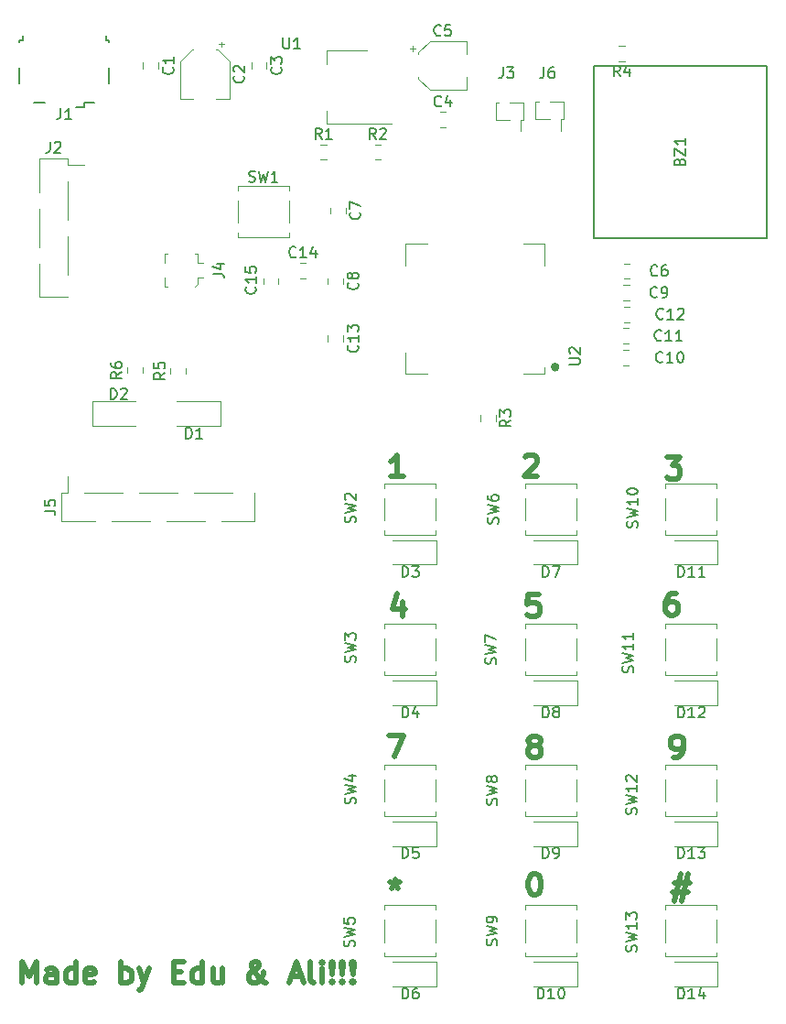
<source format=gbr>
G04 #@! TF.GenerationSoftware,KiCad,Pcbnew,(5.0.2)-1*
G04 #@! TF.CreationDate,2020-02-13T19:07:28+01:00*
G04 #@! TF.ProjectId,Project-ESD,50726f6a-6563-4742-9d45-53442e6b6963,rev?*
G04 #@! TF.SameCoordinates,Original*
G04 #@! TF.FileFunction,Legend,Top*
G04 #@! TF.FilePolarity,Positive*
%FSLAX46Y46*%
G04 Gerber Fmt 4.6, Leading zero omitted, Abs format (unit mm)*
G04 Created by KiCad (PCBNEW (5.0.2)-1) date 2020-02-13 19:07:28*
%MOMM*%
%LPD*%
G01*
G04 APERTURE LIST*
%ADD10C,0.500000*%
%ADD11C,0.400000*%
%ADD12C,0.120000*%
%ADD13C,0.150000*%
G04 APERTURE END LIST*
D10*
X172680952Y-126271428D02*
X174109523Y-126271428D01*
X173252380Y-125414285D02*
X172680952Y-127985714D01*
X173919047Y-127128571D02*
X172490476Y-127128571D01*
X173347619Y-127985714D02*
X173919047Y-125414285D01*
X159604761Y-125404761D02*
X159795238Y-125404761D01*
X159985714Y-125500000D01*
X160080952Y-125595238D01*
X160176190Y-125785714D01*
X160271428Y-126166666D01*
X160271428Y-126642857D01*
X160176190Y-127023809D01*
X160080952Y-127214285D01*
X159985714Y-127309523D01*
X159795238Y-127404761D01*
X159604761Y-127404761D01*
X159414285Y-127309523D01*
X159319047Y-127214285D01*
X159223809Y-127023809D01*
X159128571Y-126642857D01*
X159128571Y-126166666D01*
X159223809Y-125785714D01*
X159319047Y-125595238D01*
X159414285Y-125500000D01*
X159604761Y-125404761D01*
X146800000Y-125904761D02*
X146800000Y-126380952D01*
X146323809Y-126190476D02*
X146800000Y-126380952D01*
X147276190Y-126190476D01*
X146514285Y-126761904D02*
X146800000Y-126380952D01*
X147085714Y-126761904D01*
X172519047Y-114704761D02*
X172900000Y-114704761D01*
X173090476Y-114609523D01*
X173185714Y-114514285D01*
X173376190Y-114228571D01*
X173471428Y-113847619D01*
X173471428Y-113085714D01*
X173376190Y-112895238D01*
X173280952Y-112800000D01*
X173090476Y-112704761D01*
X172709523Y-112704761D01*
X172519047Y-112800000D01*
X172423809Y-112895238D01*
X172328571Y-113085714D01*
X172328571Y-113561904D01*
X172423809Y-113752380D01*
X172519047Y-113847619D01*
X172709523Y-113942857D01*
X173090476Y-113942857D01*
X173280952Y-113847619D01*
X173376190Y-113752380D01*
X173471428Y-113561904D01*
X159509523Y-113561904D02*
X159319047Y-113466666D01*
X159223809Y-113371428D01*
X159128571Y-113180952D01*
X159128571Y-113085714D01*
X159223809Y-112895238D01*
X159319047Y-112800000D01*
X159509523Y-112704761D01*
X159890476Y-112704761D01*
X160080952Y-112800000D01*
X160176190Y-112895238D01*
X160271428Y-113085714D01*
X160271428Y-113180952D01*
X160176190Y-113371428D01*
X160080952Y-113466666D01*
X159890476Y-113561904D01*
X159509523Y-113561904D01*
X159319047Y-113657142D01*
X159223809Y-113752380D01*
X159128571Y-113942857D01*
X159128571Y-114323809D01*
X159223809Y-114514285D01*
X159319047Y-114609523D01*
X159509523Y-114704761D01*
X159890476Y-114704761D01*
X160080952Y-114609523D01*
X160176190Y-114514285D01*
X160271428Y-114323809D01*
X160271428Y-113942857D01*
X160176190Y-113752380D01*
X160080952Y-113657142D01*
X159890476Y-113561904D01*
X146233333Y-112604761D02*
X147566666Y-112604761D01*
X146709523Y-114604761D01*
X147480952Y-100271428D02*
X147480952Y-101604761D01*
X147004761Y-99509523D02*
X146528571Y-100938095D01*
X147766666Y-100938095D01*
X160076190Y-99604761D02*
X159123809Y-99604761D01*
X159028571Y-100557142D01*
X159123809Y-100461904D01*
X159314285Y-100366666D01*
X159790476Y-100366666D01*
X159980952Y-100461904D01*
X160076190Y-100557142D01*
X160171428Y-100747619D01*
X160171428Y-101223809D01*
X160076190Y-101414285D01*
X159980952Y-101509523D01*
X159790476Y-101604761D01*
X159314285Y-101604761D01*
X159123809Y-101509523D01*
X159028571Y-101414285D01*
X172780952Y-99504761D02*
X172400000Y-99504761D01*
X172209523Y-99600000D01*
X172114285Y-99695238D01*
X171923809Y-99980952D01*
X171828571Y-100361904D01*
X171828571Y-101123809D01*
X171923809Y-101314285D01*
X172019047Y-101409523D01*
X172209523Y-101504761D01*
X172590476Y-101504761D01*
X172780952Y-101409523D01*
X172876190Y-101314285D01*
X172971428Y-101123809D01*
X172971428Y-100647619D01*
X172876190Y-100457142D01*
X172780952Y-100361904D01*
X172590476Y-100266666D01*
X172209523Y-100266666D01*
X172019047Y-100361904D01*
X171923809Y-100457142D01*
X171828571Y-100647619D01*
X171933333Y-86904761D02*
X173171428Y-86904761D01*
X172504761Y-87666666D01*
X172790476Y-87666666D01*
X172980952Y-87761904D01*
X173076190Y-87857142D01*
X173171428Y-88047619D01*
X173171428Y-88523809D01*
X173076190Y-88714285D01*
X172980952Y-88809523D01*
X172790476Y-88904761D01*
X172219047Y-88904761D01*
X172028571Y-88809523D01*
X171933333Y-88714285D01*
X158828571Y-86895238D02*
X158923809Y-86800000D01*
X159114285Y-86704761D01*
X159590476Y-86704761D01*
X159780952Y-86800000D01*
X159876190Y-86895238D01*
X159971428Y-87085714D01*
X159971428Y-87276190D01*
X159876190Y-87561904D01*
X158733333Y-88704761D01*
X159971428Y-88704761D01*
X147571428Y-88704761D02*
X146428571Y-88704761D01*
X147000000Y-88704761D02*
X147000000Y-86704761D01*
X146809523Y-86990476D01*
X146619047Y-87180952D01*
X146428571Y-87276190D01*
X112314285Y-135504761D02*
X112314285Y-133504761D01*
X112980952Y-134933333D01*
X113647619Y-133504761D01*
X113647619Y-135504761D01*
X115457142Y-135504761D02*
X115457142Y-134457142D01*
X115361904Y-134266666D01*
X115171428Y-134171428D01*
X114790476Y-134171428D01*
X114600000Y-134266666D01*
X115457142Y-135409523D02*
X115266666Y-135504761D01*
X114790476Y-135504761D01*
X114600000Y-135409523D01*
X114504761Y-135219047D01*
X114504761Y-135028571D01*
X114600000Y-134838095D01*
X114790476Y-134742857D01*
X115266666Y-134742857D01*
X115457142Y-134647619D01*
X117266666Y-135504761D02*
X117266666Y-133504761D01*
X117266666Y-135409523D02*
X117076190Y-135504761D01*
X116695238Y-135504761D01*
X116504761Y-135409523D01*
X116409523Y-135314285D01*
X116314285Y-135123809D01*
X116314285Y-134552380D01*
X116409523Y-134361904D01*
X116504761Y-134266666D01*
X116695238Y-134171428D01*
X117076190Y-134171428D01*
X117266666Y-134266666D01*
X118980952Y-135409523D02*
X118790476Y-135504761D01*
X118409523Y-135504761D01*
X118219047Y-135409523D01*
X118123809Y-135219047D01*
X118123809Y-134457142D01*
X118219047Y-134266666D01*
X118409523Y-134171428D01*
X118790476Y-134171428D01*
X118980952Y-134266666D01*
X119076190Y-134457142D01*
X119076190Y-134647619D01*
X118123809Y-134838095D01*
X121457142Y-135504761D02*
X121457142Y-133504761D01*
X121457142Y-134266666D02*
X121647619Y-134171428D01*
X122028571Y-134171428D01*
X122219047Y-134266666D01*
X122314285Y-134361904D01*
X122409523Y-134552380D01*
X122409523Y-135123809D01*
X122314285Y-135314285D01*
X122219047Y-135409523D01*
X122028571Y-135504761D01*
X121647619Y-135504761D01*
X121457142Y-135409523D01*
X123076190Y-134171428D02*
X123552380Y-135504761D01*
X124028571Y-134171428D02*
X123552380Y-135504761D01*
X123361904Y-135980952D01*
X123266666Y-136076190D01*
X123076190Y-136171428D01*
X126314285Y-134457142D02*
X126980952Y-134457142D01*
X127266666Y-135504761D02*
X126314285Y-135504761D01*
X126314285Y-133504761D01*
X127266666Y-133504761D01*
X128980952Y-135504761D02*
X128980952Y-133504761D01*
X128980952Y-135409523D02*
X128790476Y-135504761D01*
X128409523Y-135504761D01*
X128219047Y-135409523D01*
X128123809Y-135314285D01*
X128028571Y-135123809D01*
X128028571Y-134552380D01*
X128123809Y-134361904D01*
X128219047Y-134266666D01*
X128409523Y-134171428D01*
X128790476Y-134171428D01*
X128980952Y-134266666D01*
X130790476Y-134171428D02*
X130790476Y-135504761D01*
X129933333Y-134171428D02*
X129933333Y-135219047D01*
X130028571Y-135409523D01*
X130219047Y-135504761D01*
X130504761Y-135504761D01*
X130695238Y-135409523D01*
X130790476Y-135314285D01*
X134885714Y-135504761D02*
X134790476Y-135504761D01*
X134600000Y-135409523D01*
X134314285Y-135123809D01*
X133838095Y-134552380D01*
X133647619Y-134266666D01*
X133552380Y-133980952D01*
X133552380Y-133790476D01*
X133647619Y-133600000D01*
X133838095Y-133504761D01*
X133933333Y-133504761D01*
X134123809Y-133600000D01*
X134219047Y-133790476D01*
X134219047Y-133885714D01*
X134123809Y-134076190D01*
X134028571Y-134171428D01*
X133457142Y-134552380D01*
X133361904Y-134647619D01*
X133266666Y-134838095D01*
X133266666Y-135123809D01*
X133361904Y-135314285D01*
X133457142Y-135409523D01*
X133647619Y-135504761D01*
X133933333Y-135504761D01*
X134123809Y-135409523D01*
X134219047Y-135314285D01*
X134504761Y-134933333D01*
X134600000Y-134647619D01*
X134600000Y-134457142D01*
X137171428Y-134933333D02*
X138123809Y-134933333D01*
X136980952Y-135504761D02*
X137647619Y-133504761D01*
X138314285Y-135504761D01*
X139266666Y-135504761D02*
X139076190Y-135409523D01*
X138980952Y-135219047D01*
X138980952Y-133504761D01*
X140028571Y-135504761D02*
X140028571Y-134171428D01*
X140028571Y-133504761D02*
X139933333Y-133600000D01*
X140028571Y-133695238D01*
X140123809Y-133600000D01*
X140028571Y-133504761D01*
X140028571Y-133695238D01*
X140980952Y-135314285D02*
X141076190Y-135409523D01*
X140980952Y-135504761D01*
X140885714Y-135409523D01*
X140980952Y-135314285D01*
X140980952Y-135504761D01*
X140980952Y-134742857D02*
X140885714Y-133600000D01*
X140980952Y-133504761D01*
X141076190Y-133600000D01*
X140980952Y-134742857D01*
X140980952Y-133504761D01*
X141933333Y-135314285D02*
X142028571Y-135409523D01*
X141933333Y-135504761D01*
X141838095Y-135409523D01*
X141933333Y-135314285D01*
X141933333Y-135504761D01*
X141933333Y-134742857D02*
X141838095Y-133600000D01*
X141933333Y-133504761D01*
X142028571Y-133600000D01*
X141933333Y-134742857D01*
X141933333Y-133504761D01*
X142885714Y-135314285D02*
X142980952Y-135409523D01*
X142885714Y-135504761D01*
X142790476Y-135409523D01*
X142885714Y-135314285D01*
X142885714Y-135504761D01*
X142885714Y-134742857D02*
X142790476Y-133600000D01*
X142885714Y-133504761D01*
X142980952Y-133600000D01*
X142885714Y-134742857D01*
X142885714Y-133504761D01*
D11*
G04 #@! TO.C,U2*
X161810000Y-78580000D02*
G75*
G03X161810000Y-78580000I-200000J0D01*
G01*
D12*
X147750000Y-79200000D02*
X147750000Y-77200000D01*
X149750000Y-79200000D02*
X147750000Y-79200000D01*
X160650000Y-79200000D02*
X158650000Y-79200000D01*
X160650000Y-79200000D02*
X160650000Y-78600000D01*
X149750000Y-67200000D02*
X147750000Y-67200000D01*
X147750000Y-69200000D02*
X147750000Y-67200000D01*
X160650000Y-67200000D02*
X158650000Y-67200000D01*
X160650000Y-69200000D02*
X160650000Y-67200000D01*
D13*
G04 #@! TO.C,BZ1*
X181200000Y-50700000D02*
X181200000Y-66700000D01*
X181200000Y-66700000D02*
X165200000Y-66700000D01*
X165200000Y-66700000D02*
X165200000Y-50700000D01*
X165200000Y-50700000D02*
X181200000Y-50700000D01*
D12*
G04 #@! TO.C,C1*
X124910000Y-50438748D02*
X124910000Y-50961252D01*
X123490000Y-50438748D02*
X123490000Y-50961252D01*
G04 #@! TO.C,C2*
X126940000Y-53760000D02*
X128140000Y-53760000D01*
X131460000Y-53760000D02*
X130260000Y-53760000D01*
X131460000Y-50304437D02*
X131460000Y-53760000D01*
X126940000Y-50304437D02*
X126940000Y-53760000D01*
X128004437Y-49240000D02*
X128140000Y-49240000D01*
X130395563Y-49240000D02*
X130260000Y-49240000D01*
X130395563Y-49240000D02*
X131460000Y-50304437D01*
X128004437Y-49240000D02*
X126940000Y-50304437D01*
X130760000Y-48500000D02*
X130760000Y-49000000D01*
X131010000Y-48750000D02*
X130510000Y-48750000D01*
G04 #@! TO.C,C3*
X134910000Y-50438748D02*
X134910000Y-50961252D01*
X133490000Y-50438748D02*
X133490000Y-50961252D01*
G04 #@! TO.C,C4*
X150963748Y-56410000D02*
X151486252Y-56410000D01*
X150963748Y-54990000D02*
X151486252Y-54990000D01*
G04 #@! TO.C,C5*
X148450000Y-48890000D02*
X148450000Y-49390000D01*
X148200000Y-49140000D02*
X148700000Y-49140000D01*
X148940000Y-51895563D02*
X150004437Y-52960000D01*
X148940000Y-49504437D02*
X150004437Y-48440000D01*
X148940000Y-49504437D02*
X148940000Y-49640000D01*
X148940000Y-51895563D02*
X148940000Y-51760000D01*
X150004437Y-52960000D02*
X153460000Y-52960000D01*
X150004437Y-48440000D02*
X153460000Y-48440000D01*
X153460000Y-48440000D02*
X153460000Y-49640000D01*
X153460000Y-52960000D02*
X153460000Y-51760000D01*
G04 #@! TO.C,C6*
X167963748Y-68990000D02*
X168486252Y-68990000D01*
X167963748Y-70410000D02*
X168486252Y-70410000D01*
G04 #@! TO.C,C7*
X142210000Y-63838748D02*
X142210000Y-64361252D01*
X140790000Y-63838748D02*
X140790000Y-64361252D01*
G04 #@! TO.C,C8*
X142007803Y-70357756D02*
X142007803Y-70880260D01*
X140587803Y-70357756D02*
X140587803Y-70880260D01*
G04 #@! TO.C,C9*
X167938748Y-72410000D02*
X168461252Y-72410000D01*
X167938748Y-70990000D02*
X168461252Y-70990000D01*
G04 #@! TO.C,C10*
X167913748Y-78410000D02*
X168436252Y-78410000D01*
X167913748Y-76990000D02*
X168436252Y-76990000D01*
G04 #@! TO.C,C11*
X167913748Y-76410000D02*
X168436252Y-76410000D01*
X167913748Y-74990000D02*
X168436252Y-74990000D01*
G04 #@! TO.C,C12*
X167963748Y-72990000D02*
X168486252Y-72990000D01*
X167963748Y-74410000D02*
X168486252Y-74410000D01*
G04 #@! TO.C,C13*
X140590000Y-75663748D02*
X140590000Y-76186252D01*
X142010000Y-75663748D02*
X142010000Y-76186252D01*
G04 #@! TO.C,C14*
X138011551Y-68934008D02*
X138534055Y-68934008D01*
X138011551Y-70354008D02*
X138534055Y-70354008D01*
G04 #@! TO.C,C15*
X134587803Y-70382756D02*
X134587803Y-70905260D01*
X136007803Y-70382756D02*
X136007803Y-70905260D01*
G04 #@! TO.C,D1*
X126587500Y-84035000D02*
X130647500Y-84035000D01*
X130647500Y-84035000D02*
X130647500Y-81765000D01*
X130647500Y-81765000D02*
X126587500Y-81765000D01*
G04 #@! TO.C,D2*
X118752500Y-84035000D02*
X122812500Y-84035000D01*
X118752500Y-81765000D02*
X118752500Y-84035000D01*
X122812500Y-81765000D02*
X118752500Y-81765000D01*
G04 #@! TO.C,D3*
X150660000Y-94565000D02*
X146600000Y-94565000D01*
X150660000Y-96835000D02*
X150660000Y-94565000D01*
X146600000Y-96835000D02*
X150660000Y-96835000D01*
G04 #@! TO.C,D4*
X146600000Y-109835000D02*
X150660000Y-109835000D01*
X150660000Y-109835000D02*
X150660000Y-107565000D01*
X150660000Y-107565000D02*
X146600000Y-107565000D01*
G04 #@! TO.C,D5*
X146600000Y-122835000D02*
X150660000Y-122835000D01*
X150660000Y-122835000D02*
X150660000Y-120565000D01*
X150660000Y-120565000D02*
X146600000Y-120565000D01*
G04 #@! TO.C,D6*
X146600000Y-135835000D02*
X150660000Y-135835000D01*
X150660000Y-135835000D02*
X150660000Y-133565000D01*
X150660000Y-133565000D02*
X146600000Y-133565000D01*
G04 #@! TO.C,D7*
X159600000Y-96835000D02*
X163660000Y-96835000D01*
X163660000Y-96835000D02*
X163660000Y-94565000D01*
X163660000Y-94565000D02*
X159600000Y-94565000D01*
G04 #@! TO.C,D8*
X159600000Y-109835000D02*
X163660000Y-109835000D01*
X163660000Y-109835000D02*
X163660000Y-107565000D01*
X163660000Y-107565000D02*
X159600000Y-107565000D01*
G04 #@! TO.C,D9*
X159600000Y-122835000D02*
X163660000Y-122835000D01*
X163660000Y-122835000D02*
X163660000Y-120565000D01*
X163660000Y-120565000D02*
X159600000Y-120565000D01*
G04 #@! TO.C,D10*
X163660000Y-133565000D02*
X159600000Y-133565000D01*
X163660000Y-135835000D02*
X163660000Y-133565000D01*
X159600000Y-135835000D02*
X163660000Y-135835000D01*
G04 #@! TO.C,D11*
X176660000Y-94565000D02*
X172600000Y-94565000D01*
X176660000Y-96835000D02*
X176660000Y-94565000D01*
X172600000Y-96835000D02*
X176660000Y-96835000D01*
G04 #@! TO.C,D12*
X176660000Y-107565000D02*
X172600000Y-107565000D01*
X176660000Y-109835000D02*
X176660000Y-107565000D01*
X172600000Y-109835000D02*
X176660000Y-109835000D01*
G04 #@! TO.C,D13*
X176660000Y-120565000D02*
X172600000Y-120565000D01*
X176660000Y-122835000D02*
X176660000Y-120565000D01*
X172600000Y-122835000D02*
X176660000Y-122835000D01*
G04 #@! TO.C,D14*
X176660000Y-133565000D02*
X172600000Y-133565000D01*
X176660000Y-135835000D02*
X176660000Y-133565000D01*
X172600000Y-135835000D02*
X176660000Y-135835000D01*
D13*
G04 #@! TO.C,J1*
X120350000Y-52350000D02*
X120350000Y-50950000D01*
X120350000Y-48550000D02*
X120350000Y-48400000D01*
X120350000Y-48400000D02*
X120050000Y-48400000D01*
X120050000Y-48400000D02*
X120050000Y-47950000D01*
X112350000Y-47950000D02*
X112350000Y-48400000D01*
X112350000Y-48400000D02*
X112050000Y-48400000D01*
X112050000Y-48400000D02*
X112050000Y-48550000D01*
X112050000Y-50950000D02*
X112050000Y-52350000D01*
X117275000Y-54525000D02*
X118000000Y-54525000D01*
X118000000Y-54525000D02*
X118000000Y-54100000D01*
X118000000Y-54100000D02*
X119000000Y-54100000D01*
X114400000Y-54100000D02*
X113400000Y-54100000D01*
D12*
G04 #@! TO.C,J2*
X113870000Y-59290000D02*
X116530000Y-59290000D01*
X113870000Y-72110000D02*
X116530000Y-72110000D01*
X116530000Y-61380000D02*
X116530000Y-64940000D01*
X116530000Y-66460000D02*
X116530000Y-70020000D01*
X113870000Y-59290000D02*
X113870000Y-62400000D01*
X116530000Y-59860000D02*
X118050000Y-59860000D01*
X116530000Y-59290000D02*
X116530000Y-59860000D01*
X113870000Y-71540000D02*
X113870000Y-72110000D01*
X113870000Y-63920000D02*
X113870000Y-67480000D01*
X113870000Y-69000000D02*
X113870000Y-72110000D01*
G04 #@! TO.C,J4*
X128510992Y-68919008D02*
X129010992Y-68919008D01*
X128510992Y-70319008D02*
X129010992Y-70319008D01*
X128510992Y-70319008D02*
X128510992Y-70919008D01*
X128510992Y-70919008D02*
X128310992Y-71119008D01*
X128310992Y-68119008D02*
X128510992Y-68119008D01*
X128510992Y-68119008D02*
X128510992Y-68919008D01*
X125510992Y-68919008D02*
X125510992Y-68119008D01*
X125510992Y-68119008D02*
X125710992Y-68119008D01*
X125710992Y-71119008D02*
X125510992Y-71119008D01*
X125510992Y-71119008D02*
X125510992Y-70319008D01*
G04 #@! TO.C,J5*
X115900000Y-92845000D02*
X115900000Y-90185000D01*
X133800000Y-92845000D02*
X133800000Y-90185000D01*
X117990000Y-90185000D02*
X121550000Y-90185000D01*
X123070000Y-90185000D02*
X126630000Y-90185000D01*
X128150000Y-90185000D02*
X131710000Y-90185000D01*
X115900000Y-92845000D02*
X119010000Y-92845000D01*
X116470000Y-90185000D02*
X116470000Y-88665000D01*
X115900000Y-90185000D02*
X116470000Y-90185000D01*
X133230000Y-92845000D02*
X133800000Y-92845000D01*
X120530000Y-92845000D02*
X124090000Y-92845000D01*
X125610000Y-92845000D02*
X129170000Y-92845000D01*
X130690000Y-92845000D02*
X133800000Y-92845000D01*
G04 #@! TO.C,R1*
X139913748Y-59410000D02*
X140436252Y-59410000D01*
X139913748Y-57990000D02*
X140436252Y-57990000D01*
G04 #@! TO.C,R2*
X144913748Y-57990000D02*
X145436252Y-57990000D01*
X144913748Y-59410000D02*
X145436252Y-59410000D01*
G04 #@! TO.C,R3*
X154690000Y-83038748D02*
X154690000Y-83561252D01*
X156110000Y-83038748D02*
X156110000Y-83561252D01*
G04 #@! TO.C,R4*
X168036252Y-48890000D02*
X167513748Y-48890000D01*
X168036252Y-50310000D02*
X167513748Y-50310000D01*
G04 #@! TO.C,R5*
X125990000Y-79186252D02*
X125990000Y-78663748D01*
X127410000Y-79186252D02*
X127410000Y-78663748D01*
G04 #@! TO.C,R6*
X123410000Y-79136252D02*
X123410000Y-78613748D01*
X121990000Y-79136252D02*
X121990000Y-78613748D01*
G04 #@! TO.C,SW1*
X132230000Y-65230000D02*
X132230000Y-63170000D01*
X136970000Y-65230000D02*
X136970000Y-63170000D01*
X136970000Y-66570000D02*
X136970000Y-66170000D01*
X132230000Y-66570000D02*
X136970000Y-66570000D01*
X132230000Y-66570000D02*
X132230000Y-66170000D01*
X136970000Y-61830000D02*
X136970000Y-62230000D01*
X132230000Y-61830000D02*
X132230000Y-62230000D01*
X132230000Y-61830000D02*
X136970000Y-61830000D01*
G04 #@! TO.C,SW2*
X145830000Y-89330000D02*
X150570000Y-89330000D01*
X145830000Y-89330000D02*
X145830000Y-89730000D01*
X150570000Y-89330000D02*
X150570000Y-89730000D01*
X145830000Y-94070000D02*
X145830000Y-93670000D01*
X145830000Y-94070000D02*
X150570000Y-94070000D01*
X150570000Y-94070000D02*
X150570000Y-93670000D01*
X150570000Y-92730000D02*
X150570000Y-90670000D01*
X145830000Y-92730000D02*
X145830000Y-90670000D01*
G04 #@! TO.C,SW3*
X145830000Y-105730000D02*
X145830000Y-103670000D01*
X150570000Y-105730000D02*
X150570000Y-103670000D01*
X150570000Y-107070000D02*
X150570000Y-106670000D01*
X145830000Y-107070000D02*
X150570000Y-107070000D01*
X145830000Y-107070000D02*
X145830000Y-106670000D01*
X150570000Y-102330000D02*
X150570000Y-102730000D01*
X145830000Y-102330000D02*
X145830000Y-102730000D01*
X145830000Y-102330000D02*
X150570000Y-102330000D01*
G04 #@! TO.C,SW4*
X145830000Y-118730000D02*
X145830000Y-116670000D01*
X150570000Y-118730000D02*
X150570000Y-116670000D01*
X150570000Y-120070000D02*
X150570000Y-119670000D01*
X145830000Y-120070000D02*
X150570000Y-120070000D01*
X145830000Y-120070000D02*
X145830000Y-119670000D01*
X150570000Y-115330000D02*
X150570000Y-115730000D01*
X145830000Y-115330000D02*
X145830000Y-115730000D01*
X145830000Y-115330000D02*
X150570000Y-115330000D01*
G04 #@! TO.C,SW5*
X145830000Y-128330000D02*
X150570000Y-128330000D01*
X145830000Y-128330000D02*
X145830000Y-128730000D01*
X150570000Y-128330000D02*
X150570000Y-128730000D01*
X145830000Y-133070000D02*
X145830000Y-132670000D01*
X145830000Y-133070000D02*
X150570000Y-133070000D01*
X150570000Y-133070000D02*
X150570000Y-132670000D01*
X150570000Y-131730000D02*
X150570000Y-129670000D01*
X145830000Y-131730000D02*
X145830000Y-129670000D01*
G04 #@! TO.C,SW6*
X158830000Y-92730000D02*
X158830000Y-90670000D01*
X163570000Y-92730000D02*
X163570000Y-90670000D01*
X163570000Y-94070000D02*
X163570000Y-93670000D01*
X158830000Y-94070000D02*
X163570000Y-94070000D01*
X158830000Y-94070000D02*
X158830000Y-93670000D01*
X163570000Y-89330000D02*
X163570000Y-89730000D01*
X158830000Y-89330000D02*
X158830000Y-89730000D01*
X158830000Y-89330000D02*
X163570000Y-89330000D01*
G04 #@! TO.C,SW7*
X158830000Y-102330000D02*
X163570000Y-102330000D01*
X158830000Y-102330000D02*
X158830000Y-102730000D01*
X163570000Y-102330000D02*
X163570000Y-102730000D01*
X158830000Y-107070000D02*
X158830000Y-106670000D01*
X158830000Y-107070000D02*
X163570000Y-107070000D01*
X163570000Y-107070000D02*
X163570000Y-106670000D01*
X163570000Y-105730000D02*
X163570000Y-103670000D01*
X158830000Y-105730000D02*
X158830000Y-103670000D01*
G04 #@! TO.C,SW8*
X158830000Y-118730000D02*
X158830000Y-116670000D01*
X163570000Y-118730000D02*
X163570000Y-116670000D01*
X163570000Y-120070000D02*
X163570000Y-119670000D01*
X158830000Y-120070000D02*
X163570000Y-120070000D01*
X158830000Y-120070000D02*
X158830000Y-119670000D01*
X163570000Y-115330000D02*
X163570000Y-115730000D01*
X158830000Y-115330000D02*
X158830000Y-115730000D01*
X158830000Y-115330000D02*
X163570000Y-115330000D01*
G04 #@! TO.C,SW9*
X158830000Y-131730000D02*
X158830000Y-129670000D01*
X163570000Y-131730000D02*
X163570000Y-129670000D01*
X163570000Y-133070000D02*
X163570000Y-132670000D01*
X158830000Y-133070000D02*
X163570000Y-133070000D01*
X158830000Y-133070000D02*
X158830000Y-132670000D01*
X163570000Y-128330000D02*
X163570000Y-128730000D01*
X158830000Y-128330000D02*
X158830000Y-128730000D01*
X158830000Y-128330000D02*
X163570000Y-128330000D01*
G04 #@! TO.C,SW10*
X171830000Y-89330000D02*
X176570000Y-89330000D01*
X171830000Y-89330000D02*
X171830000Y-89730000D01*
X176570000Y-89330000D02*
X176570000Y-89730000D01*
X171830000Y-94070000D02*
X171830000Y-93670000D01*
X171830000Y-94070000D02*
X176570000Y-94070000D01*
X176570000Y-94070000D02*
X176570000Y-93670000D01*
X176570000Y-92730000D02*
X176570000Y-90670000D01*
X171830000Y-92730000D02*
X171830000Y-90670000D01*
G04 #@! TO.C,SW11*
X171830000Y-102330000D02*
X176570000Y-102330000D01*
X171830000Y-102330000D02*
X171830000Y-102730000D01*
X176570000Y-102330000D02*
X176570000Y-102730000D01*
X171830000Y-107070000D02*
X171830000Y-106670000D01*
X171830000Y-107070000D02*
X176570000Y-107070000D01*
X176570000Y-107070000D02*
X176570000Y-106670000D01*
X176570000Y-105730000D02*
X176570000Y-103670000D01*
X171830000Y-105730000D02*
X171830000Y-103670000D01*
G04 #@! TO.C,SW12*
X171830000Y-115330000D02*
X176570000Y-115330000D01*
X171830000Y-115330000D02*
X171830000Y-115730000D01*
X176570000Y-115330000D02*
X176570000Y-115730000D01*
X171830000Y-120070000D02*
X171830000Y-119670000D01*
X171830000Y-120070000D02*
X176570000Y-120070000D01*
X176570000Y-120070000D02*
X176570000Y-119670000D01*
X176570000Y-118730000D02*
X176570000Y-116670000D01*
X171830000Y-118730000D02*
X171830000Y-116670000D01*
G04 #@! TO.C,SW13*
X171830000Y-128330000D02*
X176570000Y-128330000D01*
X171830000Y-128330000D02*
X171830000Y-128730000D01*
X176570000Y-128330000D02*
X176570000Y-128730000D01*
X171830000Y-133070000D02*
X171830000Y-132670000D01*
X171830000Y-133070000D02*
X176570000Y-133070000D01*
X176570000Y-133070000D02*
X176570000Y-132670000D01*
X176570000Y-131730000D02*
X176570000Y-129670000D01*
X171830000Y-131730000D02*
X171830000Y-129670000D01*
G04 #@! TO.C,U1*
X140440000Y-49290000D02*
X140440000Y-50550000D01*
X140440000Y-56110000D02*
X140440000Y-54850000D01*
X144200000Y-49290000D02*
X140440000Y-49290000D01*
X146450000Y-56110000D02*
X140440000Y-56110000D01*
G04 #@! TO.C,J3*
X158410000Y-55710000D02*
X158410000Y-56790000D01*
X156390000Y-54090000D02*
X156090000Y-54090000D01*
X158710000Y-54090000D02*
X157410000Y-54090000D01*
X156090000Y-54090000D02*
X156090000Y-55710000D01*
X157390000Y-55710000D02*
X156090000Y-55710000D01*
X158710000Y-55710000D02*
X158410000Y-55710000D01*
X158710000Y-54090000D02*
X158710000Y-55710000D01*
G04 #@! TO.C,J6*
X162410000Y-54065000D02*
X162410000Y-55685000D01*
X162410000Y-55685000D02*
X162110000Y-55685000D01*
X161090000Y-55685000D02*
X159790000Y-55685000D01*
X159790000Y-54065000D02*
X159790000Y-55685000D01*
X162410000Y-54065000D02*
X161110000Y-54065000D01*
X160090000Y-54065000D02*
X159790000Y-54065000D01*
X162110000Y-55685000D02*
X162110000Y-56765000D01*
G04 #@! TD*
G04 #@! TO.C,U2*
D13*
X162902380Y-78321904D02*
X163711904Y-78321904D01*
X163807142Y-78274285D01*
X163854761Y-78226666D01*
X163902380Y-78131428D01*
X163902380Y-77940952D01*
X163854761Y-77845714D01*
X163807142Y-77798095D01*
X163711904Y-77750476D01*
X162902380Y-77750476D01*
X162997619Y-77321904D02*
X162950000Y-77274285D01*
X162902380Y-77179047D01*
X162902380Y-76940952D01*
X162950000Y-76845714D01*
X162997619Y-76798095D01*
X163092857Y-76750476D01*
X163188095Y-76750476D01*
X163330952Y-76798095D01*
X163902380Y-77369523D01*
X163902380Y-76750476D01*
G04 #@! TO.C,BZ1*
X173128571Y-59580952D02*
X173176190Y-59438095D01*
X173223809Y-59390476D01*
X173319047Y-59342857D01*
X173461904Y-59342857D01*
X173557142Y-59390476D01*
X173604761Y-59438095D01*
X173652380Y-59533333D01*
X173652380Y-59914285D01*
X172652380Y-59914285D01*
X172652380Y-59580952D01*
X172700000Y-59485714D01*
X172747619Y-59438095D01*
X172842857Y-59390476D01*
X172938095Y-59390476D01*
X173033333Y-59438095D01*
X173080952Y-59485714D01*
X173128571Y-59580952D01*
X173128571Y-59914285D01*
X172652380Y-59009523D02*
X172652380Y-58342857D01*
X173652380Y-59009523D01*
X173652380Y-58342857D01*
X173652380Y-57438095D02*
X173652380Y-58009523D01*
X173652380Y-57723809D02*
X172652380Y-57723809D01*
X172795238Y-57819047D01*
X172890476Y-57914285D01*
X172938095Y-58009523D01*
G04 #@! TO.C,C1*
X126207142Y-50866666D02*
X126254761Y-50914285D01*
X126302380Y-51057142D01*
X126302380Y-51152380D01*
X126254761Y-51295238D01*
X126159523Y-51390476D01*
X126064285Y-51438095D01*
X125873809Y-51485714D01*
X125730952Y-51485714D01*
X125540476Y-51438095D01*
X125445238Y-51390476D01*
X125350000Y-51295238D01*
X125302380Y-51152380D01*
X125302380Y-51057142D01*
X125350000Y-50914285D01*
X125397619Y-50866666D01*
X126302380Y-49914285D02*
X126302380Y-50485714D01*
X126302380Y-50200000D02*
X125302380Y-50200000D01*
X125445238Y-50295238D01*
X125540476Y-50390476D01*
X125588095Y-50485714D01*
G04 #@! TO.C,C2*
X132757142Y-51666666D02*
X132804761Y-51714285D01*
X132852380Y-51857142D01*
X132852380Y-51952380D01*
X132804761Y-52095238D01*
X132709523Y-52190476D01*
X132614285Y-52238095D01*
X132423809Y-52285714D01*
X132280952Y-52285714D01*
X132090476Y-52238095D01*
X131995238Y-52190476D01*
X131900000Y-52095238D01*
X131852380Y-51952380D01*
X131852380Y-51857142D01*
X131900000Y-51714285D01*
X131947619Y-51666666D01*
X131947619Y-51285714D02*
X131900000Y-51238095D01*
X131852380Y-51142857D01*
X131852380Y-50904761D01*
X131900000Y-50809523D01*
X131947619Y-50761904D01*
X132042857Y-50714285D01*
X132138095Y-50714285D01*
X132280952Y-50761904D01*
X132852380Y-51333333D01*
X132852380Y-50714285D01*
G04 #@! TO.C,C3*
X136207142Y-50866666D02*
X136254761Y-50914285D01*
X136302380Y-51057142D01*
X136302380Y-51152380D01*
X136254761Y-51295238D01*
X136159523Y-51390476D01*
X136064285Y-51438095D01*
X135873809Y-51485714D01*
X135730952Y-51485714D01*
X135540476Y-51438095D01*
X135445238Y-51390476D01*
X135350000Y-51295238D01*
X135302380Y-51152380D01*
X135302380Y-51057142D01*
X135350000Y-50914285D01*
X135397619Y-50866666D01*
X135302380Y-50533333D02*
X135302380Y-49914285D01*
X135683333Y-50247619D01*
X135683333Y-50104761D01*
X135730952Y-50009523D01*
X135778571Y-49961904D01*
X135873809Y-49914285D01*
X136111904Y-49914285D01*
X136207142Y-49961904D01*
X136254761Y-50009523D01*
X136302380Y-50104761D01*
X136302380Y-50390476D01*
X136254761Y-50485714D01*
X136207142Y-50533333D01*
G04 #@! TO.C,C4*
X151058333Y-54407142D02*
X151010714Y-54454761D01*
X150867857Y-54502380D01*
X150772619Y-54502380D01*
X150629761Y-54454761D01*
X150534523Y-54359523D01*
X150486904Y-54264285D01*
X150439285Y-54073809D01*
X150439285Y-53930952D01*
X150486904Y-53740476D01*
X150534523Y-53645238D01*
X150629761Y-53550000D01*
X150772619Y-53502380D01*
X150867857Y-53502380D01*
X151010714Y-53550000D01*
X151058333Y-53597619D01*
X151915476Y-53835714D02*
X151915476Y-54502380D01*
X151677380Y-53454761D02*
X151439285Y-54169047D01*
X152058333Y-54169047D01*
G04 #@! TO.C,C5*
X151033333Y-47857142D02*
X150985714Y-47904761D01*
X150842857Y-47952380D01*
X150747619Y-47952380D01*
X150604761Y-47904761D01*
X150509523Y-47809523D01*
X150461904Y-47714285D01*
X150414285Y-47523809D01*
X150414285Y-47380952D01*
X150461904Y-47190476D01*
X150509523Y-47095238D01*
X150604761Y-47000000D01*
X150747619Y-46952380D01*
X150842857Y-46952380D01*
X150985714Y-47000000D01*
X151033333Y-47047619D01*
X151938095Y-46952380D02*
X151461904Y-46952380D01*
X151414285Y-47428571D01*
X151461904Y-47380952D01*
X151557142Y-47333333D01*
X151795238Y-47333333D01*
X151890476Y-47380952D01*
X151938095Y-47428571D01*
X151985714Y-47523809D01*
X151985714Y-47761904D01*
X151938095Y-47857142D01*
X151890476Y-47904761D01*
X151795238Y-47952380D01*
X151557142Y-47952380D01*
X151461904Y-47904761D01*
X151414285Y-47857142D01*
G04 #@! TO.C,C6*
X171058333Y-70057142D02*
X171010714Y-70104761D01*
X170867857Y-70152380D01*
X170772619Y-70152380D01*
X170629761Y-70104761D01*
X170534523Y-70009523D01*
X170486904Y-69914285D01*
X170439285Y-69723809D01*
X170439285Y-69580952D01*
X170486904Y-69390476D01*
X170534523Y-69295238D01*
X170629761Y-69200000D01*
X170772619Y-69152380D01*
X170867857Y-69152380D01*
X171010714Y-69200000D01*
X171058333Y-69247619D01*
X171915476Y-69152380D02*
X171725000Y-69152380D01*
X171629761Y-69200000D01*
X171582142Y-69247619D01*
X171486904Y-69390476D01*
X171439285Y-69580952D01*
X171439285Y-69961904D01*
X171486904Y-70057142D01*
X171534523Y-70104761D01*
X171629761Y-70152380D01*
X171820238Y-70152380D01*
X171915476Y-70104761D01*
X171963095Y-70057142D01*
X172010714Y-69961904D01*
X172010714Y-69723809D01*
X171963095Y-69628571D01*
X171915476Y-69580952D01*
X171820238Y-69533333D01*
X171629761Y-69533333D01*
X171534523Y-69580952D01*
X171486904Y-69628571D01*
X171439285Y-69723809D01*
G04 #@! TO.C,C7*
X143507142Y-64266666D02*
X143554761Y-64314285D01*
X143602380Y-64457142D01*
X143602380Y-64552380D01*
X143554761Y-64695238D01*
X143459523Y-64790476D01*
X143364285Y-64838095D01*
X143173809Y-64885714D01*
X143030952Y-64885714D01*
X142840476Y-64838095D01*
X142745238Y-64790476D01*
X142650000Y-64695238D01*
X142602380Y-64552380D01*
X142602380Y-64457142D01*
X142650000Y-64314285D01*
X142697619Y-64266666D01*
X142602380Y-63933333D02*
X142602380Y-63266666D01*
X143602380Y-63695238D01*
G04 #@! TO.C,C8*
X143304945Y-70785674D02*
X143352564Y-70833293D01*
X143400183Y-70976150D01*
X143400183Y-71071388D01*
X143352564Y-71214246D01*
X143257326Y-71309484D01*
X143162088Y-71357103D01*
X142971612Y-71404722D01*
X142828755Y-71404722D01*
X142638279Y-71357103D01*
X142543041Y-71309484D01*
X142447803Y-71214246D01*
X142400183Y-71071388D01*
X142400183Y-70976150D01*
X142447803Y-70833293D01*
X142495422Y-70785674D01*
X142828755Y-70214246D02*
X142781136Y-70309484D01*
X142733517Y-70357103D01*
X142638279Y-70404722D01*
X142590660Y-70404722D01*
X142495422Y-70357103D01*
X142447803Y-70309484D01*
X142400183Y-70214246D01*
X142400183Y-70023769D01*
X142447803Y-69928531D01*
X142495422Y-69880912D01*
X142590660Y-69833293D01*
X142638279Y-69833293D01*
X142733517Y-69880912D01*
X142781136Y-69928531D01*
X142828755Y-70023769D01*
X142828755Y-70214246D01*
X142876374Y-70309484D01*
X142923993Y-70357103D01*
X143019231Y-70404722D01*
X143209707Y-70404722D01*
X143304945Y-70357103D01*
X143352564Y-70309484D01*
X143400183Y-70214246D01*
X143400183Y-70023769D01*
X143352564Y-69928531D01*
X143304945Y-69880912D01*
X143209707Y-69833293D01*
X143019231Y-69833293D01*
X142923993Y-69880912D01*
X142876374Y-69928531D01*
X142828755Y-70023769D01*
G04 #@! TO.C,C9*
X171033333Y-72057142D02*
X170985714Y-72104761D01*
X170842857Y-72152380D01*
X170747619Y-72152380D01*
X170604761Y-72104761D01*
X170509523Y-72009523D01*
X170461904Y-71914285D01*
X170414285Y-71723809D01*
X170414285Y-71580952D01*
X170461904Y-71390476D01*
X170509523Y-71295238D01*
X170604761Y-71200000D01*
X170747619Y-71152380D01*
X170842857Y-71152380D01*
X170985714Y-71200000D01*
X171033333Y-71247619D01*
X171509523Y-72152380D02*
X171700000Y-72152380D01*
X171795238Y-72104761D01*
X171842857Y-72057142D01*
X171938095Y-71914285D01*
X171985714Y-71723809D01*
X171985714Y-71342857D01*
X171938095Y-71247619D01*
X171890476Y-71200000D01*
X171795238Y-71152380D01*
X171604761Y-71152380D01*
X171509523Y-71200000D01*
X171461904Y-71247619D01*
X171414285Y-71342857D01*
X171414285Y-71580952D01*
X171461904Y-71676190D01*
X171509523Y-71723809D01*
X171604761Y-71771428D01*
X171795238Y-71771428D01*
X171890476Y-71723809D01*
X171938095Y-71676190D01*
X171985714Y-71580952D01*
G04 #@! TO.C,C10*
X171557142Y-78057142D02*
X171509523Y-78104761D01*
X171366666Y-78152380D01*
X171271428Y-78152380D01*
X171128571Y-78104761D01*
X171033333Y-78009523D01*
X170985714Y-77914285D01*
X170938095Y-77723809D01*
X170938095Y-77580952D01*
X170985714Y-77390476D01*
X171033333Y-77295238D01*
X171128571Y-77200000D01*
X171271428Y-77152380D01*
X171366666Y-77152380D01*
X171509523Y-77200000D01*
X171557142Y-77247619D01*
X172509523Y-78152380D02*
X171938095Y-78152380D01*
X172223809Y-78152380D02*
X172223809Y-77152380D01*
X172128571Y-77295238D01*
X172033333Y-77390476D01*
X171938095Y-77438095D01*
X173128571Y-77152380D02*
X173223809Y-77152380D01*
X173319047Y-77200000D01*
X173366666Y-77247619D01*
X173414285Y-77342857D01*
X173461904Y-77533333D01*
X173461904Y-77771428D01*
X173414285Y-77961904D01*
X173366666Y-78057142D01*
X173319047Y-78104761D01*
X173223809Y-78152380D01*
X173128571Y-78152380D01*
X173033333Y-78104761D01*
X172985714Y-78057142D01*
X172938095Y-77961904D01*
X172890476Y-77771428D01*
X172890476Y-77533333D01*
X172938095Y-77342857D01*
X172985714Y-77247619D01*
X173033333Y-77200000D01*
X173128571Y-77152380D01*
G04 #@! TO.C,C11*
X171437141Y-76057142D02*
X171389522Y-76104761D01*
X171246665Y-76152380D01*
X171151427Y-76152380D01*
X171008570Y-76104761D01*
X170913332Y-76009523D01*
X170865713Y-75914285D01*
X170818094Y-75723809D01*
X170818094Y-75580952D01*
X170865713Y-75390476D01*
X170913332Y-75295238D01*
X171008570Y-75200000D01*
X171151427Y-75152380D01*
X171246665Y-75152380D01*
X171389522Y-75200000D01*
X171437141Y-75247619D01*
X172389522Y-76152380D02*
X171818094Y-76152380D01*
X172103808Y-76152380D02*
X172103808Y-75152380D01*
X172008570Y-75295238D01*
X171913332Y-75390476D01*
X171818094Y-75438095D01*
X173341903Y-76152380D02*
X172770475Y-76152380D01*
X173056189Y-76152380D02*
X173056189Y-75152380D01*
X172960951Y-75295238D01*
X172865713Y-75390476D01*
X172770475Y-75438095D01*
G04 #@! TO.C,C12*
X171607142Y-74057142D02*
X171559523Y-74104761D01*
X171416666Y-74152380D01*
X171321428Y-74152380D01*
X171178571Y-74104761D01*
X171083333Y-74009523D01*
X171035714Y-73914285D01*
X170988095Y-73723809D01*
X170988095Y-73580952D01*
X171035714Y-73390476D01*
X171083333Y-73295238D01*
X171178571Y-73200000D01*
X171321428Y-73152380D01*
X171416666Y-73152380D01*
X171559523Y-73200000D01*
X171607142Y-73247619D01*
X172559523Y-74152380D02*
X171988095Y-74152380D01*
X172273809Y-74152380D02*
X172273809Y-73152380D01*
X172178571Y-73295238D01*
X172083333Y-73390476D01*
X171988095Y-73438095D01*
X172940476Y-73247619D02*
X172988095Y-73200000D01*
X173083333Y-73152380D01*
X173321428Y-73152380D01*
X173416666Y-73200000D01*
X173464285Y-73247619D01*
X173511904Y-73342857D01*
X173511904Y-73438095D01*
X173464285Y-73580952D01*
X172892857Y-74152380D01*
X173511904Y-74152380D01*
G04 #@! TO.C,C13*
X143307142Y-76567857D02*
X143354761Y-76615476D01*
X143402380Y-76758333D01*
X143402380Y-76853571D01*
X143354761Y-76996428D01*
X143259523Y-77091666D01*
X143164285Y-77139285D01*
X142973809Y-77186904D01*
X142830952Y-77186904D01*
X142640476Y-77139285D01*
X142545238Y-77091666D01*
X142450000Y-76996428D01*
X142402380Y-76853571D01*
X142402380Y-76758333D01*
X142450000Y-76615476D01*
X142497619Y-76567857D01*
X143402380Y-75615476D02*
X143402380Y-76186904D01*
X143402380Y-75901190D02*
X142402380Y-75901190D01*
X142545238Y-75996428D01*
X142640476Y-76091666D01*
X142688095Y-76186904D01*
X142402380Y-75282142D02*
X142402380Y-74663095D01*
X142783333Y-74996428D01*
X142783333Y-74853571D01*
X142830952Y-74758333D01*
X142878571Y-74710714D01*
X142973809Y-74663095D01*
X143211904Y-74663095D01*
X143307142Y-74710714D01*
X143354761Y-74758333D01*
X143402380Y-74853571D01*
X143402380Y-75139285D01*
X143354761Y-75234523D01*
X143307142Y-75282142D01*
G04 #@! TO.C,C14*
X137629945Y-68351150D02*
X137582326Y-68398769D01*
X137439469Y-68446388D01*
X137344231Y-68446388D01*
X137201374Y-68398769D01*
X137106136Y-68303531D01*
X137058517Y-68208293D01*
X137010898Y-68017817D01*
X137010898Y-67874960D01*
X137058517Y-67684484D01*
X137106136Y-67589246D01*
X137201374Y-67494008D01*
X137344231Y-67446388D01*
X137439469Y-67446388D01*
X137582326Y-67494008D01*
X137629945Y-67541627D01*
X138582326Y-68446388D02*
X138010898Y-68446388D01*
X138296612Y-68446388D02*
X138296612Y-67446388D01*
X138201374Y-67589246D01*
X138106136Y-67684484D01*
X138010898Y-67732103D01*
X139439469Y-67779722D02*
X139439469Y-68446388D01*
X139201374Y-67398769D02*
X138963279Y-68113055D01*
X139582326Y-68113055D01*
G04 #@! TO.C,C15*
X133857142Y-71172857D02*
X133904761Y-71220476D01*
X133952380Y-71363333D01*
X133952380Y-71458571D01*
X133904761Y-71601428D01*
X133809523Y-71696666D01*
X133714285Y-71744285D01*
X133523809Y-71791904D01*
X133380952Y-71791904D01*
X133190476Y-71744285D01*
X133095238Y-71696666D01*
X133000000Y-71601428D01*
X132952380Y-71458571D01*
X132952380Y-71363333D01*
X133000000Y-71220476D01*
X133047619Y-71172857D01*
X133952380Y-70220476D02*
X133952380Y-70791904D01*
X133952380Y-70506190D02*
X132952380Y-70506190D01*
X133095238Y-70601428D01*
X133190476Y-70696666D01*
X133238095Y-70791904D01*
X132952380Y-69315714D02*
X132952380Y-69791904D01*
X133428571Y-69839523D01*
X133380952Y-69791904D01*
X133333333Y-69696666D01*
X133333333Y-69458571D01*
X133380952Y-69363333D01*
X133428571Y-69315714D01*
X133523809Y-69268095D01*
X133761904Y-69268095D01*
X133857142Y-69315714D01*
X133904761Y-69363333D01*
X133952380Y-69458571D01*
X133952380Y-69696666D01*
X133904761Y-69791904D01*
X133857142Y-69839523D01*
G04 #@! TO.C,D1*
X127449404Y-85172380D02*
X127449404Y-84172380D01*
X127687500Y-84172380D01*
X127830357Y-84220000D01*
X127925595Y-84315238D01*
X127973214Y-84410476D01*
X128020833Y-84600952D01*
X128020833Y-84743809D01*
X127973214Y-84934285D01*
X127925595Y-85029523D01*
X127830357Y-85124761D01*
X127687500Y-85172380D01*
X127449404Y-85172380D01*
X128973214Y-85172380D02*
X128401785Y-85172380D01*
X128687500Y-85172380D02*
X128687500Y-84172380D01*
X128592261Y-84315238D01*
X128497023Y-84410476D01*
X128401785Y-84458095D01*
G04 #@! TO.C,D2*
X120474404Y-81532380D02*
X120474404Y-80532380D01*
X120712500Y-80532380D01*
X120855357Y-80580000D01*
X120950595Y-80675238D01*
X120998214Y-80770476D01*
X121045833Y-80960952D01*
X121045833Y-81103809D01*
X120998214Y-81294285D01*
X120950595Y-81389523D01*
X120855357Y-81484761D01*
X120712500Y-81532380D01*
X120474404Y-81532380D01*
X121426785Y-80627619D02*
X121474404Y-80580000D01*
X121569642Y-80532380D01*
X121807738Y-80532380D01*
X121902976Y-80580000D01*
X121950595Y-80627619D01*
X121998214Y-80722857D01*
X121998214Y-80818095D01*
X121950595Y-80960952D01*
X121379166Y-81532380D01*
X121998214Y-81532380D01*
G04 #@! TO.C,D3*
X147461904Y-97972380D02*
X147461904Y-96972380D01*
X147700000Y-96972380D01*
X147842857Y-97020000D01*
X147938095Y-97115238D01*
X147985714Y-97210476D01*
X148033333Y-97400952D01*
X148033333Y-97543809D01*
X147985714Y-97734285D01*
X147938095Y-97829523D01*
X147842857Y-97924761D01*
X147700000Y-97972380D01*
X147461904Y-97972380D01*
X148366666Y-96972380D02*
X148985714Y-96972380D01*
X148652380Y-97353333D01*
X148795238Y-97353333D01*
X148890476Y-97400952D01*
X148938095Y-97448571D01*
X148985714Y-97543809D01*
X148985714Y-97781904D01*
X148938095Y-97877142D01*
X148890476Y-97924761D01*
X148795238Y-97972380D01*
X148509523Y-97972380D01*
X148414285Y-97924761D01*
X148366666Y-97877142D01*
G04 #@! TO.C,D4*
X147461904Y-110972380D02*
X147461904Y-109972380D01*
X147700000Y-109972380D01*
X147842857Y-110020000D01*
X147938095Y-110115238D01*
X147985714Y-110210476D01*
X148033333Y-110400952D01*
X148033333Y-110543809D01*
X147985714Y-110734285D01*
X147938095Y-110829523D01*
X147842857Y-110924761D01*
X147700000Y-110972380D01*
X147461904Y-110972380D01*
X148890476Y-110305714D02*
X148890476Y-110972380D01*
X148652380Y-109924761D02*
X148414285Y-110639047D01*
X149033333Y-110639047D01*
G04 #@! TO.C,D5*
X147461904Y-123972380D02*
X147461904Y-122972380D01*
X147700000Y-122972380D01*
X147842857Y-123020000D01*
X147938095Y-123115238D01*
X147985714Y-123210476D01*
X148033333Y-123400952D01*
X148033333Y-123543809D01*
X147985714Y-123734285D01*
X147938095Y-123829523D01*
X147842857Y-123924761D01*
X147700000Y-123972380D01*
X147461904Y-123972380D01*
X148938095Y-122972380D02*
X148461904Y-122972380D01*
X148414285Y-123448571D01*
X148461904Y-123400952D01*
X148557142Y-123353333D01*
X148795238Y-123353333D01*
X148890476Y-123400952D01*
X148938095Y-123448571D01*
X148985714Y-123543809D01*
X148985714Y-123781904D01*
X148938095Y-123877142D01*
X148890476Y-123924761D01*
X148795238Y-123972380D01*
X148557142Y-123972380D01*
X148461904Y-123924761D01*
X148414285Y-123877142D01*
G04 #@! TO.C,D6*
X147461904Y-136972380D02*
X147461904Y-135972380D01*
X147700000Y-135972380D01*
X147842857Y-136020000D01*
X147938095Y-136115238D01*
X147985714Y-136210476D01*
X148033333Y-136400952D01*
X148033333Y-136543809D01*
X147985714Y-136734285D01*
X147938095Y-136829523D01*
X147842857Y-136924761D01*
X147700000Y-136972380D01*
X147461904Y-136972380D01*
X148890476Y-135972380D02*
X148700000Y-135972380D01*
X148604761Y-136020000D01*
X148557142Y-136067619D01*
X148461904Y-136210476D01*
X148414285Y-136400952D01*
X148414285Y-136781904D01*
X148461904Y-136877142D01*
X148509523Y-136924761D01*
X148604761Y-136972380D01*
X148795238Y-136972380D01*
X148890476Y-136924761D01*
X148938095Y-136877142D01*
X148985714Y-136781904D01*
X148985714Y-136543809D01*
X148938095Y-136448571D01*
X148890476Y-136400952D01*
X148795238Y-136353333D01*
X148604761Y-136353333D01*
X148509523Y-136400952D01*
X148461904Y-136448571D01*
X148414285Y-136543809D01*
G04 #@! TO.C,D7*
X160461904Y-97972380D02*
X160461904Y-96972380D01*
X160700000Y-96972380D01*
X160842857Y-97020000D01*
X160938095Y-97115238D01*
X160985714Y-97210476D01*
X161033333Y-97400952D01*
X161033333Y-97543809D01*
X160985714Y-97734285D01*
X160938095Y-97829523D01*
X160842857Y-97924761D01*
X160700000Y-97972380D01*
X160461904Y-97972380D01*
X161366666Y-96972380D02*
X162033333Y-96972380D01*
X161604761Y-97972380D01*
G04 #@! TO.C,D8*
X160461904Y-110972380D02*
X160461904Y-109972380D01*
X160700000Y-109972380D01*
X160842857Y-110020000D01*
X160938095Y-110115238D01*
X160985714Y-110210476D01*
X161033333Y-110400952D01*
X161033333Y-110543809D01*
X160985714Y-110734285D01*
X160938095Y-110829523D01*
X160842857Y-110924761D01*
X160700000Y-110972380D01*
X160461904Y-110972380D01*
X161604761Y-110400952D02*
X161509523Y-110353333D01*
X161461904Y-110305714D01*
X161414285Y-110210476D01*
X161414285Y-110162857D01*
X161461904Y-110067619D01*
X161509523Y-110020000D01*
X161604761Y-109972380D01*
X161795238Y-109972380D01*
X161890476Y-110020000D01*
X161938095Y-110067619D01*
X161985714Y-110162857D01*
X161985714Y-110210476D01*
X161938095Y-110305714D01*
X161890476Y-110353333D01*
X161795238Y-110400952D01*
X161604761Y-110400952D01*
X161509523Y-110448571D01*
X161461904Y-110496190D01*
X161414285Y-110591428D01*
X161414285Y-110781904D01*
X161461904Y-110877142D01*
X161509523Y-110924761D01*
X161604761Y-110972380D01*
X161795238Y-110972380D01*
X161890476Y-110924761D01*
X161938095Y-110877142D01*
X161985714Y-110781904D01*
X161985714Y-110591428D01*
X161938095Y-110496190D01*
X161890476Y-110448571D01*
X161795238Y-110400952D01*
G04 #@! TO.C,D9*
X160461904Y-123972380D02*
X160461904Y-122972380D01*
X160700000Y-122972380D01*
X160842857Y-123020000D01*
X160938095Y-123115238D01*
X160985714Y-123210476D01*
X161033333Y-123400952D01*
X161033333Y-123543809D01*
X160985714Y-123734285D01*
X160938095Y-123829523D01*
X160842857Y-123924761D01*
X160700000Y-123972380D01*
X160461904Y-123972380D01*
X161509523Y-123972380D02*
X161700000Y-123972380D01*
X161795238Y-123924761D01*
X161842857Y-123877142D01*
X161938095Y-123734285D01*
X161985714Y-123543809D01*
X161985714Y-123162857D01*
X161938095Y-123067619D01*
X161890476Y-123020000D01*
X161795238Y-122972380D01*
X161604761Y-122972380D01*
X161509523Y-123020000D01*
X161461904Y-123067619D01*
X161414285Y-123162857D01*
X161414285Y-123400952D01*
X161461904Y-123496190D01*
X161509523Y-123543809D01*
X161604761Y-123591428D01*
X161795238Y-123591428D01*
X161890476Y-123543809D01*
X161938095Y-123496190D01*
X161985714Y-123400952D01*
G04 #@! TO.C,D10*
X159985714Y-136972380D02*
X159985714Y-135972380D01*
X160223809Y-135972380D01*
X160366666Y-136020000D01*
X160461904Y-136115238D01*
X160509523Y-136210476D01*
X160557142Y-136400952D01*
X160557142Y-136543809D01*
X160509523Y-136734285D01*
X160461904Y-136829523D01*
X160366666Y-136924761D01*
X160223809Y-136972380D01*
X159985714Y-136972380D01*
X161509523Y-136972380D02*
X160938095Y-136972380D01*
X161223809Y-136972380D02*
X161223809Y-135972380D01*
X161128571Y-136115238D01*
X161033333Y-136210476D01*
X160938095Y-136258095D01*
X162128571Y-135972380D02*
X162223809Y-135972380D01*
X162319047Y-136020000D01*
X162366666Y-136067619D01*
X162414285Y-136162857D01*
X162461904Y-136353333D01*
X162461904Y-136591428D01*
X162414285Y-136781904D01*
X162366666Y-136877142D01*
X162319047Y-136924761D01*
X162223809Y-136972380D01*
X162128571Y-136972380D01*
X162033333Y-136924761D01*
X161985714Y-136877142D01*
X161938095Y-136781904D01*
X161890476Y-136591428D01*
X161890476Y-136353333D01*
X161938095Y-136162857D01*
X161985714Y-136067619D01*
X162033333Y-136020000D01*
X162128571Y-135972380D01*
G04 #@! TO.C,D11*
X172985714Y-97972380D02*
X172985714Y-96972380D01*
X173223809Y-96972380D01*
X173366666Y-97020000D01*
X173461904Y-97115238D01*
X173509523Y-97210476D01*
X173557142Y-97400952D01*
X173557142Y-97543809D01*
X173509523Y-97734285D01*
X173461904Y-97829523D01*
X173366666Y-97924761D01*
X173223809Y-97972380D01*
X172985714Y-97972380D01*
X174509523Y-97972380D02*
X173938095Y-97972380D01*
X174223809Y-97972380D02*
X174223809Y-96972380D01*
X174128571Y-97115238D01*
X174033333Y-97210476D01*
X173938095Y-97258095D01*
X175461904Y-97972380D02*
X174890476Y-97972380D01*
X175176190Y-97972380D02*
X175176190Y-96972380D01*
X175080952Y-97115238D01*
X174985714Y-97210476D01*
X174890476Y-97258095D01*
G04 #@! TO.C,D12*
X172985714Y-110972380D02*
X172985714Y-109972380D01*
X173223809Y-109972380D01*
X173366666Y-110020000D01*
X173461904Y-110115238D01*
X173509523Y-110210476D01*
X173557142Y-110400952D01*
X173557142Y-110543809D01*
X173509523Y-110734285D01*
X173461904Y-110829523D01*
X173366666Y-110924761D01*
X173223809Y-110972380D01*
X172985714Y-110972380D01*
X174509523Y-110972380D02*
X173938095Y-110972380D01*
X174223809Y-110972380D02*
X174223809Y-109972380D01*
X174128571Y-110115238D01*
X174033333Y-110210476D01*
X173938095Y-110258095D01*
X174890476Y-110067619D02*
X174938095Y-110020000D01*
X175033333Y-109972380D01*
X175271428Y-109972380D01*
X175366666Y-110020000D01*
X175414285Y-110067619D01*
X175461904Y-110162857D01*
X175461904Y-110258095D01*
X175414285Y-110400952D01*
X174842857Y-110972380D01*
X175461904Y-110972380D01*
G04 #@! TO.C,D13*
X172985714Y-123972380D02*
X172985714Y-122972380D01*
X173223809Y-122972380D01*
X173366666Y-123020000D01*
X173461904Y-123115238D01*
X173509523Y-123210476D01*
X173557142Y-123400952D01*
X173557142Y-123543809D01*
X173509523Y-123734285D01*
X173461904Y-123829523D01*
X173366666Y-123924761D01*
X173223809Y-123972380D01*
X172985714Y-123972380D01*
X174509523Y-123972380D02*
X173938095Y-123972380D01*
X174223809Y-123972380D02*
X174223809Y-122972380D01*
X174128571Y-123115238D01*
X174033333Y-123210476D01*
X173938095Y-123258095D01*
X174842857Y-122972380D02*
X175461904Y-122972380D01*
X175128571Y-123353333D01*
X175271428Y-123353333D01*
X175366666Y-123400952D01*
X175414285Y-123448571D01*
X175461904Y-123543809D01*
X175461904Y-123781904D01*
X175414285Y-123877142D01*
X175366666Y-123924761D01*
X175271428Y-123972380D01*
X174985714Y-123972380D01*
X174890476Y-123924761D01*
X174842857Y-123877142D01*
G04 #@! TO.C,D14*
X172985714Y-136972380D02*
X172985714Y-135972380D01*
X173223809Y-135972380D01*
X173366666Y-136020000D01*
X173461904Y-136115238D01*
X173509523Y-136210476D01*
X173557142Y-136400952D01*
X173557142Y-136543809D01*
X173509523Y-136734285D01*
X173461904Y-136829523D01*
X173366666Y-136924761D01*
X173223809Y-136972380D01*
X172985714Y-136972380D01*
X174509523Y-136972380D02*
X173938095Y-136972380D01*
X174223809Y-136972380D02*
X174223809Y-135972380D01*
X174128571Y-136115238D01*
X174033333Y-136210476D01*
X173938095Y-136258095D01*
X175366666Y-136305714D02*
X175366666Y-136972380D01*
X175128571Y-135924761D02*
X174890476Y-136639047D01*
X175509523Y-136639047D01*
G04 #@! TO.C,J1*
X115866666Y-54652380D02*
X115866666Y-55366666D01*
X115819047Y-55509523D01*
X115723809Y-55604761D01*
X115580952Y-55652380D01*
X115485714Y-55652380D01*
X116866666Y-55652380D02*
X116295238Y-55652380D01*
X116580952Y-55652380D02*
X116580952Y-54652380D01*
X116485714Y-54795238D01*
X116390476Y-54890476D01*
X116295238Y-54938095D01*
G04 #@! TO.C,J2*
X114866666Y-57742380D02*
X114866666Y-58456666D01*
X114819047Y-58599523D01*
X114723809Y-58694761D01*
X114580952Y-58742380D01*
X114485714Y-58742380D01*
X115295238Y-57837619D02*
X115342857Y-57790000D01*
X115438095Y-57742380D01*
X115676190Y-57742380D01*
X115771428Y-57790000D01*
X115819047Y-57837619D01*
X115866666Y-57932857D01*
X115866666Y-58028095D01*
X115819047Y-58170952D01*
X115247619Y-58742380D01*
X115866666Y-58742380D01*
G04 #@! TO.C,J4*
X129963372Y-69952341D02*
X130677658Y-69952341D01*
X130820515Y-69999960D01*
X130915753Y-70095198D01*
X130963372Y-70238055D01*
X130963372Y-70333293D01*
X130296706Y-69047579D02*
X130963372Y-69047579D01*
X129915753Y-69285674D02*
X130630039Y-69523769D01*
X130630039Y-68904722D01*
G04 #@! TO.C,J5*
X114352380Y-91848333D02*
X115066666Y-91848333D01*
X115209523Y-91895952D01*
X115304761Y-91991190D01*
X115352380Y-92134047D01*
X115352380Y-92229285D01*
X114352380Y-90895952D02*
X114352380Y-91372142D01*
X114828571Y-91419761D01*
X114780952Y-91372142D01*
X114733333Y-91276904D01*
X114733333Y-91038809D01*
X114780952Y-90943571D01*
X114828571Y-90895952D01*
X114923809Y-90848333D01*
X115161904Y-90848333D01*
X115257142Y-90895952D01*
X115304761Y-90943571D01*
X115352380Y-91038809D01*
X115352380Y-91276904D01*
X115304761Y-91372142D01*
X115257142Y-91419761D01*
G04 #@! TO.C,R1*
X140008333Y-57502380D02*
X139675000Y-57026190D01*
X139436904Y-57502380D02*
X139436904Y-56502380D01*
X139817857Y-56502380D01*
X139913095Y-56550000D01*
X139960714Y-56597619D01*
X140008333Y-56692857D01*
X140008333Y-56835714D01*
X139960714Y-56930952D01*
X139913095Y-56978571D01*
X139817857Y-57026190D01*
X139436904Y-57026190D01*
X140960714Y-57502380D02*
X140389285Y-57502380D01*
X140675000Y-57502380D02*
X140675000Y-56502380D01*
X140579761Y-56645238D01*
X140484523Y-56740476D01*
X140389285Y-56788095D01*
G04 #@! TO.C,R2*
X145008333Y-57502380D02*
X144675000Y-57026190D01*
X144436904Y-57502380D02*
X144436904Y-56502380D01*
X144817857Y-56502380D01*
X144913095Y-56550000D01*
X144960714Y-56597619D01*
X145008333Y-56692857D01*
X145008333Y-56835714D01*
X144960714Y-56930952D01*
X144913095Y-56978571D01*
X144817857Y-57026190D01*
X144436904Y-57026190D01*
X145389285Y-56597619D02*
X145436904Y-56550000D01*
X145532142Y-56502380D01*
X145770238Y-56502380D01*
X145865476Y-56550000D01*
X145913095Y-56597619D01*
X145960714Y-56692857D01*
X145960714Y-56788095D01*
X145913095Y-56930952D01*
X145341666Y-57502380D01*
X145960714Y-57502380D01*
G04 #@! TO.C,R3*
X157502380Y-83466666D02*
X157026190Y-83800000D01*
X157502380Y-84038095D02*
X156502380Y-84038095D01*
X156502380Y-83657142D01*
X156550000Y-83561904D01*
X156597619Y-83514285D01*
X156692857Y-83466666D01*
X156835714Y-83466666D01*
X156930952Y-83514285D01*
X156978571Y-83561904D01*
X157026190Y-83657142D01*
X157026190Y-84038095D01*
X156502380Y-83133333D02*
X156502380Y-82514285D01*
X156883333Y-82847619D01*
X156883333Y-82704761D01*
X156930952Y-82609523D01*
X156978571Y-82561904D01*
X157073809Y-82514285D01*
X157311904Y-82514285D01*
X157407142Y-82561904D01*
X157454761Y-82609523D01*
X157502380Y-82704761D01*
X157502380Y-82990476D01*
X157454761Y-83085714D01*
X157407142Y-83133333D01*
G04 #@! TO.C,R4*
X167608333Y-51702380D02*
X167275000Y-51226190D01*
X167036904Y-51702380D02*
X167036904Y-50702380D01*
X167417857Y-50702380D01*
X167513095Y-50750000D01*
X167560714Y-50797619D01*
X167608333Y-50892857D01*
X167608333Y-51035714D01*
X167560714Y-51130952D01*
X167513095Y-51178571D01*
X167417857Y-51226190D01*
X167036904Y-51226190D01*
X168465476Y-51035714D02*
X168465476Y-51702380D01*
X168227380Y-50654761D02*
X167989285Y-51369047D01*
X168608333Y-51369047D01*
G04 #@! TO.C,R5*
X125502380Y-79091666D02*
X125026190Y-79425000D01*
X125502380Y-79663095D02*
X124502380Y-79663095D01*
X124502380Y-79282142D01*
X124550000Y-79186904D01*
X124597619Y-79139285D01*
X124692857Y-79091666D01*
X124835714Y-79091666D01*
X124930952Y-79139285D01*
X124978571Y-79186904D01*
X125026190Y-79282142D01*
X125026190Y-79663095D01*
X124502380Y-78186904D02*
X124502380Y-78663095D01*
X124978571Y-78710714D01*
X124930952Y-78663095D01*
X124883333Y-78567857D01*
X124883333Y-78329761D01*
X124930952Y-78234523D01*
X124978571Y-78186904D01*
X125073809Y-78139285D01*
X125311904Y-78139285D01*
X125407142Y-78186904D01*
X125454761Y-78234523D01*
X125502380Y-78329761D01*
X125502380Y-78567857D01*
X125454761Y-78663095D01*
X125407142Y-78710714D01*
G04 #@! TO.C,R6*
X121502380Y-79041666D02*
X121026190Y-79375000D01*
X121502380Y-79613095D02*
X120502380Y-79613095D01*
X120502380Y-79232142D01*
X120550000Y-79136904D01*
X120597619Y-79089285D01*
X120692857Y-79041666D01*
X120835714Y-79041666D01*
X120930952Y-79089285D01*
X120978571Y-79136904D01*
X121026190Y-79232142D01*
X121026190Y-79613095D01*
X120502380Y-78184523D02*
X120502380Y-78375000D01*
X120550000Y-78470238D01*
X120597619Y-78517857D01*
X120740476Y-78613095D01*
X120930952Y-78660714D01*
X121311904Y-78660714D01*
X121407142Y-78613095D01*
X121454761Y-78565476D01*
X121502380Y-78470238D01*
X121502380Y-78279761D01*
X121454761Y-78184523D01*
X121407142Y-78136904D01*
X121311904Y-78089285D01*
X121073809Y-78089285D01*
X120978571Y-78136904D01*
X120930952Y-78184523D01*
X120883333Y-78279761D01*
X120883333Y-78470238D01*
X120930952Y-78565476D01*
X120978571Y-78613095D01*
X121073809Y-78660714D01*
G04 #@! TO.C,SW1*
X133266666Y-61404761D02*
X133409523Y-61452380D01*
X133647619Y-61452380D01*
X133742857Y-61404761D01*
X133790476Y-61357142D01*
X133838095Y-61261904D01*
X133838095Y-61166666D01*
X133790476Y-61071428D01*
X133742857Y-61023809D01*
X133647619Y-60976190D01*
X133457142Y-60928571D01*
X133361904Y-60880952D01*
X133314285Y-60833333D01*
X133266666Y-60738095D01*
X133266666Y-60642857D01*
X133314285Y-60547619D01*
X133361904Y-60500000D01*
X133457142Y-60452380D01*
X133695238Y-60452380D01*
X133838095Y-60500000D01*
X134171428Y-60452380D02*
X134409523Y-61452380D01*
X134600000Y-60738095D01*
X134790476Y-61452380D01*
X135028571Y-60452380D01*
X135933333Y-61452380D02*
X135361904Y-61452380D01*
X135647619Y-61452380D02*
X135647619Y-60452380D01*
X135552380Y-60595238D01*
X135457142Y-60690476D01*
X135361904Y-60738095D01*
G04 #@! TO.C,SW2*
X143104761Y-92933333D02*
X143152380Y-92790476D01*
X143152380Y-92552380D01*
X143104761Y-92457142D01*
X143057142Y-92409523D01*
X142961904Y-92361904D01*
X142866666Y-92361904D01*
X142771428Y-92409523D01*
X142723809Y-92457142D01*
X142676190Y-92552380D01*
X142628571Y-92742857D01*
X142580952Y-92838095D01*
X142533333Y-92885714D01*
X142438095Y-92933333D01*
X142342857Y-92933333D01*
X142247619Y-92885714D01*
X142200000Y-92838095D01*
X142152380Y-92742857D01*
X142152380Y-92504761D01*
X142200000Y-92361904D01*
X142152380Y-92028571D02*
X143152380Y-91790476D01*
X142438095Y-91600000D01*
X143152380Y-91409523D01*
X142152380Y-91171428D01*
X142247619Y-90838095D02*
X142200000Y-90790476D01*
X142152380Y-90695238D01*
X142152380Y-90457142D01*
X142200000Y-90361904D01*
X142247619Y-90314285D01*
X142342857Y-90266666D01*
X142438095Y-90266666D01*
X142580952Y-90314285D01*
X143152380Y-90885714D01*
X143152380Y-90266666D01*
G04 #@! TO.C,SW3*
X143104761Y-105833333D02*
X143152380Y-105690476D01*
X143152380Y-105452380D01*
X143104761Y-105357142D01*
X143057142Y-105309523D01*
X142961904Y-105261904D01*
X142866666Y-105261904D01*
X142771428Y-105309523D01*
X142723809Y-105357142D01*
X142676190Y-105452380D01*
X142628571Y-105642857D01*
X142580952Y-105738095D01*
X142533333Y-105785714D01*
X142438095Y-105833333D01*
X142342857Y-105833333D01*
X142247619Y-105785714D01*
X142200000Y-105738095D01*
X142152380Y-105642857D01*
X142152380Y-105404761D01*
X142200000Y-105261904D01*
X142152380Y-104928571D02*
X143152380Y-104690476D01*
X142438095Y-104500000D01*
X143152380Y-104309523D01*
X142152380Y-104071428D01*
X142152380Y-103785714D02*
X142152380Y-103166666D01*
X142533333Y-103500000D01*
X142533333Y-103357142D01*
X142580952Y-103261904D01*
X142628571Y-103214285D01*
X142723809Y-103166666D01*
X142961904Y-103166666D01*
X143057142Y-103214285D01*
X143104761Y-103261904D01*
X143152380Y-103357142D01*
X143152380Y-103642857D01*
X143104761Y-103738095D01*
X143057142Y-103785714D01*
G04 #@! TO.C,SW4*
X143104761Y-118933333D02*
X143152380Y-118790476D01*
X143152380Y-118552380D01*
X143104761Y-118457142D01*
X143057142Y-118409523D01*
X142961904Y-118361904D01*
X142866666Y-118361904D01*
X142771428Y-118409523D01*
X142723809Y-118457142D01*
X142676190Y-118552380D01*
X142628571Y-118742857D01*
X142580952Y-118838095D01*
X142533333Y-118885714D01*
X142438095Y-118933333D01*
X142342857Y-118933333D01*
X142247619Y-118885714D01*
X142200000Y-118838095D01*
X142152380Y-118742857D01*
X142152380Y-118504761D01*
X142200000Y-118361904D01*
X142152380Y-118028571D02*
X143152380Y-117790476D01*
X142438095Y-117600000D01*
X143152380Y-117409523D01*
X142152380Y-117171428D01*
X142485714Y-116361904D02*
X143152380Y-116361904D01*
X142104761Y-116600000D02*
X142819047Y-116838095D01*
X142819047Y-116219047D01*
G04 #@! TO.C,SW5*
X143004761Y-132133333D02*
X143052380Y-131990476D01*
X143052380Y-131752380D01*
X143004761Y-131657142D01*
X142957142Y-131609523D01*
X142861904Y-131561904D01*
X142766666Y-131561904D01*
X142671428Y-131609523D01*
X142623809Y-131657142D01*
X142576190Y-131752380D01*
X142528571Y-131942857D01*
X142480952Y-132038095D01*
X142433333Y-132085714D01*
X142338095Y-132133333D01*
X142242857Y-132133333D01*
X142147619Y-132085714D01*
X142100000Y-132038095D01*
X142052380Y-131942857D01*
X142052380Y-131704761D01*
X142100000Y-131561904D01*
X142052380Y-131228571D02*
X143052380Y-130990476D01*
X142338095Y-130800000D01*
X143052380Y-130609523D01*
X142052380Y-130371428D01*
X142052380Y-129514285D02*
X142052380Y-129990476D01*
X142528571Y-130038095D01*
X142480952Y-129990476D01*
X142433333Y-129895238D01*
X142433333Y-129657142D01*
X142480952Y-129561904D01*
X142528571Y-129514285D01*
X142623809Y-129466666D01*
X142861904Y-129466666D01*
X142957142Y-129514285D01*
X143004761Y-129561904D01*
X143052380Y-129657142D01*
X143052380Y-129895238D01*
X143004761Y-129990476D01*
X142957142Y-130038095D01*
G04 #@! TO.C,SW6*
X156304761Y-93033333D02*
X156352380Y-92890476D01*
X156352380Y-92652380D01*
X156304761Y-92557142D01*
X156257142Y-92509523D01*
X156161904Y-92461904D01*
X156066666Y-92461904D01*
X155971428Y-92509523D01*
X155923809Y-92557142D01*
X155876190Y-92652380D01*
X155828571Y-92842857D01*
X155780952Y-92938095D01*
X155733333Y-92985714D01*
X155638095Y-93033333D01*
X155542857Y-93033333D01*
X155447619Y-92985714D01*
X155400000Y-92938095D01*
X155352380Y-92842857D01*
X155352380Y-92604761D01*
X155400000Y-92461904D01*
X155352380Y-92128571D02*
X156352380Y-91890476D01*
X155638095Y-91700000D01*
X156352380Y-91509523D01*
X155352380Y-91271428D01*
X155352380Y-90461904D02*
X155352380Y-90652380D01*
X155400000Y-90747619D01*
X155447619Y-90795238D01*
X155590476Y-90890476D01*
X155780952Y-90938095D01*
X156161904Y-90938095D01*
X156257142Y-90890476D01*
X156304761Y-90842857D01*
X156352380Y-90747619D01*
X156352380Y-90557142D01*
X156304761Y-90461904D01*
X156257142Y-90414285D01*
X156161904Y-90366666D01*
X155923809Y-90366666D01*
X155828571Y-90414285D01*
X155780952Y-90461904D01*
X155733333Y-90557142D01*
X155733333Y-90747619D01*
X155780952Y-90842857D01*
X155828571Y-90890476D01*
X155923809Y-90938095D01*
G04 #@! TO.C,SW7*
X156104761Y-106033333D02*
X156152380Y-105890476D01*
X156152380Y-105652380D01*
X156104761Y-105557142D01*
X156057142Y-105509523D01*
X155961904Y-105461904D01*
X155866666Y-105461904D01*
X155771428Y-105509523D01*
X155723809Y-105557142D01*
X155676190Y-105652380D01*
X155628571Y-105842857D01*
X155580952Y-105938095D01*
X155533333Y-105985714D01*
X155438095Y-106033333D01*
X155342857Y-106033333D01*
X155247619Y-105985714D01*
X155200000Y-105938095D01*
X155152380Y-105842857D01*
X155152380Y-105604761D01*
X155200000Y-105461904D01*
X155152380Y-105128571D02*
X156152380Y-104890476D01*
X155438095Y-104700000D01*
X156152380Y-104509523D01*
X155152380Y-104271428D01*
X155152380Y-103985714D02*
X155152380Y-103319047D01*
X156152380Y-103747619D01*
G04 #@! TO.C,SW8*
X156204761Y-119033333D02*
X156252380Y-118890476D01*
X156252380Y-118652380D01*
X156204761Y-118557142D01*
X156157142Y-118509523D01*
X156061904Y-118461904D01*
X155966666Y-118461904D01*
X155871428Y-118509523D01*
X155823809Y-118557142D01*
X155776190Y-118652380D01*
X155728571Y-118842857D01*
X155680952Y-118938095D01*
X155633333Y-118985714D01*
X155538095Y-119033333D01*
X155442857Y-119033333D01*
X155347619Y-118985714D01*
X155300000Y-118938095D01*
X155252380Y-118842857D01*
X155252380Y-118604761D01*
X155300000Y-118461904D01*
X155252380Y-118128571D02*
X156252380Y-117890476D01*
X155538095Y-117700000D01*
X156252380Y-117509523D01*
X155252380Y-117271428D01*
X155680952Y-116747619D02*
X155633333Y-116842857D01*
X155585714Y-116890476D01*
X155490476Y-116938095D01*
X155442857Y-116938095D01*
X155347619Y-116890476D01*
X155300000Y-116842857D01*
X155252380Y-116747619D01*
X155252380Y-116557142D01*
X155300000Y-116461904D01*
X155347619Y-116414285D01*
X155442857Y-116366666D01*
X155490476Y-116366666D01*
X155585714Y-116414285D01*
X155633333Y-116461904D01*
X155680952Y-116557142D01*
X155680952Y-116747619D01*
X155728571Y-116842857D01*
X155776190Y-116890476D01*
X155871428Y-116938095D01*
X156061904Y-116938095D01*
X156157142Y-116890476D01*
X156204761Y-116842857D01*
X156252380Y-116747619D01*
X156252380Y-116557142D01*
X156204761Y-116461904D01*
X156157142Y-116414285D01*
X156061904Y-116366666D01*
X155871428Y-116366666D01*
X155776190Y-116414285D01*
X155728571Y-116461904D01*
X155680952Y-116557142D01*
G04 #@! TO.C,SW9*
X156204761Y-132033333D02*
X156252380Y-131890476D01*
X156252380Y-131652380D01*
X156204761Y-131557142D01*
X156157142Y-131509523D01*
X156061904Y-131461904D01*
X155966666Y-131461904D01*
X155871428Y-131509523D01*
X155823809Y-131557142D01*
X155776190Y-131652380D01*
X155728571Y-131842857D01*
X155680952Y-131938095D01*
X155633333Y-131985714D01*
X155538095Y-132033333D01*
X155442857Y-132033333D01*
X155347619Y-131985714D01*
X155300000Y-131938095D01*
X155252380Y-131842857D01*
X155252380Y-131604761D01*
X155300000Y-131461904D01*
X155252380Y-131128571D02*
X156252380Y-130890476D01*
X155538095Y-130700000D01*
X156252380Y-130509523D01*
X155252380Y-130271428D01*
X156252380Y-129842857D02*
X156252380Y-129652380D01*
X156204761Y-129557142D01*
X156157142Y-129509523D01*
X156014285Y-129414285D01*
X155823809Y-129366666D01*
X155442857Y-129366666D01*
X155347619Y-129414285D01*
X155300000Y-129461904D01*
X155252380Y-129557142D01*
X155252380Y-129747619D01*
X155300000Y-129842857D01*
X155347619Y-129890476D01*
X155442857Y-129938095D01*
X155680952Y-129938095D01*
X155776190Y-129890476D01*
X155823809Y-129842857D01*
X155871428Y-129747619D01*
X155871428Y-129557142D01*
X155823809Y-129461904D01*
X155776190Y-129414285D01*
X155680952Y-129366666D01*
G04 #@! TO.C,SW10*
X169204761Y-93409523D02*
X169252380Y-93266666D01*
X169252380Y-93028571D01*
X169204761Y-92933333D01*
X169157142Y-92885714D01*
X169061904Y-92838095D01*
X168966666Y-92838095D01*
X168871428Y-92885714D01*
X168823809Y-92933333D01*
X168776190Y-93028571D01*
X168728571Y-93219047D01*
X168680952Y-93314285D01*
X168633333Y-93361904D01*
X168538095Y-93409523D01*
X168442857Y-93409523D01*
X168347619Y-93361904D01*
X168300000Y-93314285D01*
X168252380Y-93219047D01*
X168252380Y-92980952D01*
X168300000Y-92838095D01*
X168252380Y-92504761D02*
X169252380Y-92266666D01*
X168538095Y-92076190D01*
X169252380Y-91885714D01*
X168252380Y-91647619D01*
X169252380Y-90742857D02*
X169252380Y-91314285D01*
X169252380Y-91028571D02*
X168252380Y-91028571D01*
X168395238Y-91123809D01*
X168490476Y-91219047D01*
X168538095Y-91314285D01*
X168252380Y-90123809D02*
X168252380Y-90028571D01*
X168300000Y-89933333D01*
X168347619Y-89885714D01*
X168442857Y-89838095D01*
X168633333Y-89790476D01*
X168871428Y-89790476D01*
X169061904Y-89838095D01*
X169157142Y-89885714D01*
X169204761Y-89933333D01*
X169252380Y-90028571D01*
X169252380Y-90123809D01*
X169204761Y-90219047D01*
X169157142Y-90266666D01*
X169061904Y-90314285D01*
X168871428Y-90361904D01*
X168633333Y-90361904D01*
X168442857Y-90314285D01*
X168347619Y-90266666D01*
X168300000Y-90219047D01*
X168252380Y-90123809D01*
G04 #@! TO.C,SW11*
X168804761Y-106809523D02*
X168852380Y-106666666D01*
X168852380Y-106428571D01*
X168804761Y-106333333D01*
X168757142Y-106285714D01*
X168661904Y-106238095D01*
X168566666Y-106238095D01*
X168471428Y-106285714D01*
X168423809Y-106333333D01*
X168376190Y-106428571D01*
X168328571Y-106619047D01*
X168280952Y-106714285D01*
X168233333Y-106761904D01*
X168138095Y-106809523D01*
X168042857Y-106809523D01*
X167947619Y-106761904D01*
X167900000Y-106714285D01*
X167852380Y-106619047D01*
X167852380Y-106380952D01*
X167900000Y-106238095D01*
X167852380Y-105904761D02*
X168852380Y-105666666D01*
X168138095Y-105476190D01*
X168852380Y-105285714D01*
X167852380Y-105047619D01*
X168852380Y-104142857D02*
X168852380Y-104714285D01*
X168852380Y-104428571D02*
X167852380Y-104428571D01*
X167995238Y-104523809D01*
X168090476Y-104619047D01*
X168138095Y-104714285D01*
X168852380Y-103190476D02*
X168852380Y-103761904D01*
X168852380Y-103476190D02*
X167852380Y-103476190D01*
X167995238Y-103571428D01*
X168090476Y-103666666D01*
X168138095Y-103761904D01*
G04 #@! TO.C,SW12*
X169104761Y-119909523D02*
X169152380Y-119766666D01*
X169152380Y-119528571D01*
X169104761Y-119433333D01*
X169057142Y-119385714D01*
X168961904Y-119338095D01*
X168866666Y-119338095D01*
X168771428Y-119385714D01*
X168723809Y-119433333D01*
X168676190Y-119528571D01*
X168628571Y-119719047D01*
X168580952Y-119814285D01*
X168533333Y-119861904D01*
X168438095Y-119909523D01*
X168342857Y-119909523D01*
X168247619Y-119861904D01*
X168200000Y-119814285D01*
X168152380Y-119719047D01*
X168152380Y-119480952D01*
X168200000Y-119338095D01*
X168152380Y-119004761D02*
X169152380Y-118766666D01*
X168438095Y-118576190D01*
X169152380Y-118385714D01*
X168152380Y-118147619D01*
X169152380Y-117242857D02*
X169152380Y-117814285D01*
X169152380Y-117528571D02*
X168152380Y-117528571D01*
X168295238Y-117623809D01*
X168390476Y-117719047D01*
X168438095Y-117814285D01*
X168247619Y-116861904D02*
X168200000Y-116814285D01*
X168152380Y-116719047D01*
X168152380Y-116480952D01*
X168200000Y-116385714D01*
X168247619Y-116338095D01*
X168342857Y-116290476D01*
X168438095Y-116290476D01*
X168580952Y-116338095D01*
X169152380Y-116909523D01*
X169152380Y-116290476D01*
G04 #@! TO.C,SW13*
X169104761Y-132609523D02*
X169152380Y-132466666D01*
X169152380Y-132228571D01*
X169104761Y-132133333D01*
X169057142Y-132085714D01*
X168961904Y-132038095D01*
X168866666Y-132038095D01*
X168771428Y-132085714D01*
X168723809Y-132133333D01*
X168676190Y-132228571D01*
X168628571Y-132419047D01*
X168580952Y-132514285D01*
X168533333Y-132561904D01*
X168438095Y-132609523D01*
X168342857Y-132609523D01*
X168247619Y-132561904D01*
X168200000Y-132514285D01*
X168152380Y-132419047D01*
X168152380Y-132180952D01*
X168200000Y-132038095D01*
X168152380Y-131704761D02*
X169152380Y-131466666D01*
X168438095Y-131276190D01*
X169152380Y-131085714D01*
X168152380Y-130847619D01*
X169152380Y-129942857D02*
X169152380Y-130514285D01*
X169152380Y-130228571D02*
X168152380Y-130228571D01*
X168295238Y-130323809D01*
X168390476Y-130419047D01*
X168438095Y-130514285D01*
X168152380Y-129609523D02*
X168152380Y-128990476D01*
X168533333Y-129323809D01*
X168533333Y-129180952D01*
X168580952Y-129085714D01*
X168628571Y-129038095D01*
X168723809Y-128990476D01*
X168961904Y-128990476D01*
X169057142Y-129038095D01*
X169104761Y-129085714D01*
X169152380Y-129180952D01*
X169152380Y-129466666D01*
X169104761Y-129561904D01*
X169057142Y-129609523D01*
G04 #@! TO.C,U1*
X136438095Y-48152380D02*
X136438095Y-48961904D01*
X136485714Y-49057142D01*
X136533333Y-49104761D01*
X136628571Y-49152380D01*
X136819047Y-49152380D01*
X136914285Y-49104761D01*
X136961904Y-49057142D01*
X137009523Y-48961904D01*
X137009523Y-48152380D01*
X138009523Y-49152380D02*
X137438095Y-49152380D01*
X137723809Y-49152380D02*
X137723809Y-48152380D01*
X137628571Y-48295238D01*
X137533333Y-48390476D01*
X137438095Y-48438095D01*
G04 #@! TO.C,J3*
X156766666Y-50852380D02*
X156766666Y-51566666D01*
X156719047Y-51709523D01*
X156623809Y-51804761D01*
X156480952Y-51852380D01*
X156385714Y-51852380D01*
X157147619Y-50852380D02*
X157766666Y-50852380D01*
X157433333Y-51233333D01*
X157576190Y-51233333D01*
X157671428Y-51280952D01*
X157719047Y-51328571D01*
X157766666Y-51423809D01*
X157766666Y-51661904D01*
X157719047Y-51757142D01*
X157671428Y-51804761D01*
X157576190Y-51852380D01*
X157290476Y-51852380D01*
X157195238Y-51804761D01*
X157147619Y-51757142D01*
G04 #@! TO.C,J6*
X160566666Y-50852380D02*
X160566666Y-51566666D01*
X160519047Y-51709523D01*
X160423809Y-51804761D01*
X160280952Y-51852380D01*
X160185714Y-51852380D01*
X161471428Y-50852380D02*
X161280952Y-50852380D01*
X161185714Y-50900000D01*
X161138095Y-50947619D01*
X161042857Y-51090476D01*
X160995238Y-51280952D01*
X160995238Y-51661904D01*
X161042857Y-51757142D01*
X161090476Y-51804761D01*
X161185714Y-51852380D01*
X161376190Y-51852380D01*
X161471428Y-51804761D01*
X161519047Y-51757142D01*
X161566666Y-51661904D01*
X161566666Y-51423809D01*
X161519047Y-51328571D01*
X161471428Y-51280952D01*
X161376190Y-51233333D01*
X161185714Y-51233333D01*
X161090476Y-51280952D01*
X161042857Y-51328571D01*
X160995238Y-51423809D01*
G04 #@! TD*
M02*

</source>
